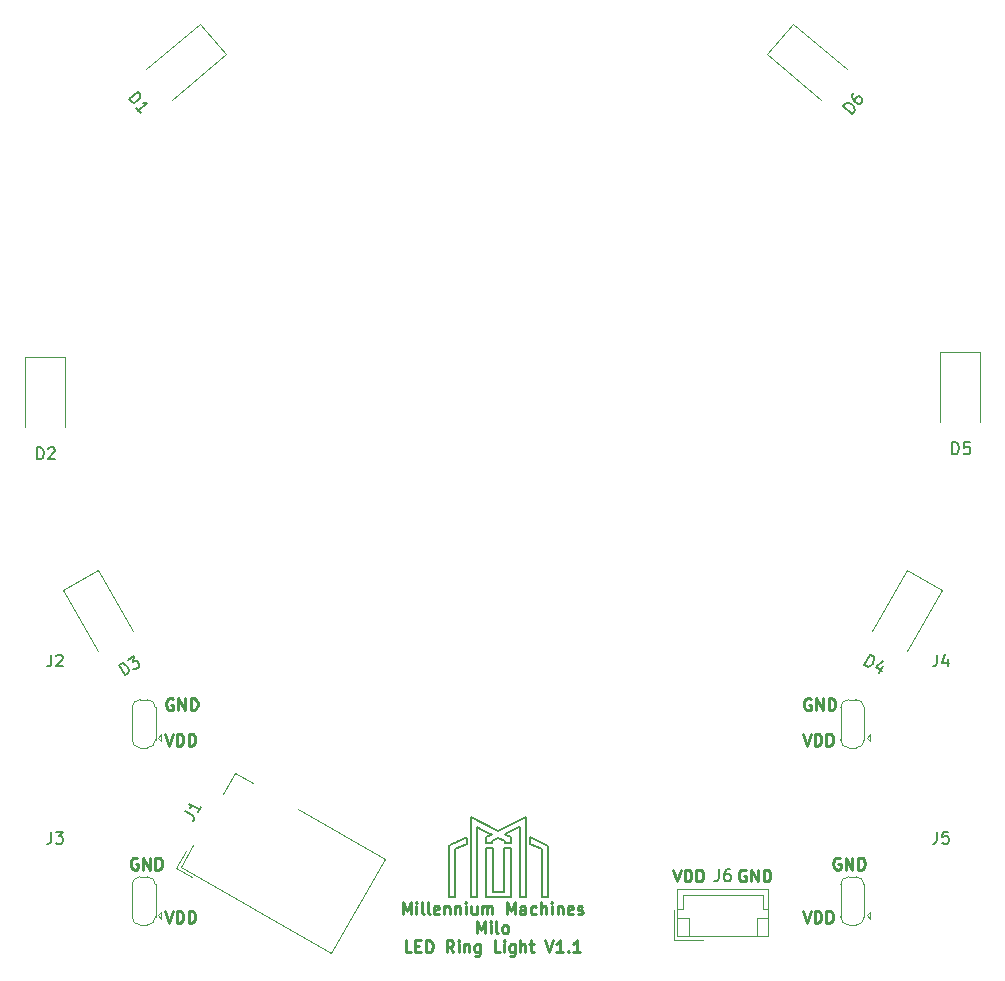
<source format=gbr>
%TF.GenerationSoftware,KiCad,Pcbnew,7.0.10*%
%TF.CreationDate,2024-02-19T23:02:20+00:00*%
%TF.ProjectId,Milo_RingLight,4d696c6f-5f52-4696-9e67-4c696768742e,rev?*%
%TF.SameCoordinates,Original*%
%TF.FileFunction,Legend,Top*%
%TF.FilePolarity,Positive*%
%FSLAX46Y46*%
G04 Gerber Fmt 4.6, Leading zero omitted, Abs format (unit mm)*
G04 Created by KiCad (PCBNEW 7.0.10) date 2024-02-19 23:02:20*
%MOMM*%
%LPD*%
G01*
G04 APERTURE LIST*
%ADD10C,0.150000*%
%ADD11C,0.250000*%
%ADD12C,0.120000*%
G04 APERTURE END LIST*
D10*
X71028480Y-92128342D02*
X70889407Y-92061255D01*
X70805965Y-92021003D01*
X71028480Y-92128342D02*
X71028479Y-92647457D01*
X67635130Y-97154988D02*
X67635120Y-90444122D01*
X66327843Y-97154984D02*
X65771558Y-97154985D01*
X69470944Y-92647458D02*
X68970283Y-92647459D01*
X72363567Y-90444126D02*
X72363567Y-97154986D01*
X68176149Y-91262466D02*
X68341138Y-91338121D01*
X68477977Y-91405745D01*
X68637496Y-91485817D01*
X68807924Y-91572330D01*
X68977496Y-91659283D01*
X69134442Y-91740669D01*
X69303723Y-91830148D01*
X69415313Y-91894666D01*
X69470999Y-92433412D02*
X69470944Y-92647458D01*
X68970283Y-92647459D02*
X68970284Y-92128341D01*
X72697334Y-92711779D02*
X72697335Y-92128343D01*
X72697335Y-92128343D02*
X74226000Y-92836319D01*
X68163602Y-97154988D02*
X68163601Y-96970846D01*
X68163601Y-96786705D01*
X68163600Y-96602564D01*
X68163600Y-96418423D01*
X68163600Y-96234282D01*
X68163600Y-96050141D01*
X68163600Y-95866000D01*
X68163600Y-95681859D01*
X68163599Y-95497718D01*
X68163599Y-95313576D01*
X68163599Y-95129435D01*
X68163599Y-94945294D01*
X68163599Y-94761153D01*
X68163598Y-94577011D01*
X68163598Y-94392870D01*
X68163598Y-94208729D01*
X74226985Y-97154980D02*
X73670840Y-97154980D01*
X67635130Y-97154988D02*
X67635120Y-90444122D01*
X68163602Y-97154988D02*
X67635130Y-97154988D01*
X71056286Y-97154982D02*
X68970214Y-97154981D01*
X70500002Y-96752075D02*
X70500000Y-93000000D01*
X71835096Y-94208729D02*
X71835079Y-94057707D01*
X71834950Y-93761597D01*
X71834698Y-93474658D01*
X71834330Y-93198401D01*
X71833853Y-92934336D01*
X71833272Y-92683974D01*
X71832594Y-92448825D01*
X71831826Y-92230400D01*
X71830974Y-92030209D01*
X71830044Y-91849763D01*
X71829043Y-91690572D01*
X71827422Y-91494944D01*
X71825071Y-91322599D01*
X71822551Y-91262466D01*
X68970214Y-93000001D02*
X69526500Y-93000001D01*
X69470999Y-92433412D02*
X69470944Y-92647458D01*
X71056286Y-93000001D02*
X71056286Y-97154982D01*
X68970214Y-97154981D02*
X68970214Y-93000001D01*
X68970214Y-93000001D02*
X69526500Y-93000001D01*
X71835096Y-94208729D02*
X71835079Y-94057707D01*
X71834950Y-93761597D01*
X71834698Y-93474658D01*
X71834330Y-93198401D01*
X71833853Y-92934336D01*
X71833272Y-92683974D01*
X71832594Y-92448825D01*
X71831826Y-92230400D01*
X71830974Y-92030209D01*
X71830044Y-91849763D01*
X71829043Y-91690572D01*
X71827422Y-91494944D01*
X71825071Y-91322599D01*
X71822551Y-91262466D01*
X67301347Y-92711780D02*
X66327843Y-93111231D01*
X74226000Y-92836319D02*
X74226985Y-97154980D01*
X72697334Y-92711779D02*
X72697335Y-92128343D01*
X67301347Y-92711780D02*
X67301346Y-92560917D01*
X67301345Y-92427803D01*
X67635120Y-90444122D02*
X69999345Y-91619652D01*
X70527822Y-92647456D02*
X70527822Y-92433411D01*
X67301345Y-92427803D02*
X67298481Y-92269312D01*
X67284640Y-92143822D01*
X70500000Y-93000000D02*
X71056286Y-93000001D01*
X71028480Y-92128342D02*
X70889407Y-92061255D01*
X70805965Y-92021003D01*
X67301347Y-92711780D02*
X66327843Y-93111231D01*
X69470944Y-92647458D02*
X68970283Y-92647459D01*
X69192802Y-92021005D02*
X69334129Y-91948476D01*
X69415313Y-91894666D01*
X71835094Y-97154985D02*
X71835094Y-96970843D01*
X71835094Y-96786702D01*
X71835094Y-96602561D01*
X71835095Y-96418420D01*
X71835095Y-96234278D01*
X71835095Y-96050137D01*
X71835095Y-95865996D01*
X71835095Y-95681855D01*
X71835095Y-95497714D01*
X71835095Y-95313573D01*
X71835095Y-95129433D01*
X71835095Y-94945292D01*
X71835095Y-94761151D01*
X71835095Y-94577010D01*
X71835095Y-94392869D01*
X71835096Y-94208729D01*
X67301345Y-92427803D02*
X67298481Y-92269312D01*
X67284640Y-92143822D01*
X65771558Y-97154985D02*
X65772689Y-92836313D01*
X74226000Y-92836319D02*
X74226985Y-97154980D01*
X68970283Y-92647459D02*
X68970284Y-92128341D01*
X67301347Y-92711780D02*
X67301346Y-92560917D01*
X67301345Y-92427803D01*
X72697335Y-92128343D02*
X74226000Y-92836319D01*
X69526500Y-93000001D02*
X69526496Y-96752076D01*
X72363567Y-97154986D02*
X71835094Y-97154985D01*
X71028479Y-92647457D02*
X70527822Y-92647456D01*
X70500000Y-93000000D02*
X71056286Y-93000001D01*
X68970284Y-92128341D02*
X69109356Y-92061254D01*
X69192802Y-92021005D01*
X66327843Y-93111231D02*
X66327843Y-97154984D01*
X69999409Y-92166712D02*
X69470999Y-92433412D01*
X70805965Y-92021003D02*
X70664635Y-91948475D01*
X70583447Y-91894666D01*
X68176149Y-91262466D02*
X68341138Y-91338121D01*
X68477977Y-91405745D01*
X68637496Y-91485817D01*
X68807924Y-91572330D01*
X68977496Y-91659283D01*
X69134442Y-91740669D01*
X69303723Y-91830148D01*
X69415313Y-91894666D01*
X71056286Y-97154982D02*
X68970214Y-97154981D01*
X71028480Y-92128342D02*
X71028479Y-92647457D01*
X68163598Y-94208729D02*
X68163614Y-94057707D01*
X68163743Y-93761597D01*
X68163995Y-93474658D01*
X68164363Y-93198401D01*
X68164841Y-92934337D01*
X68165422Y-92683975D01*
X68166100Y-92448826D01*
X68166869Y-92230400D01*
X68167722Y-92030209D01*
X68168652Y-91849763D01*
X68169654Y-91690573D01*
X68171275Y-91494945D01*
X68173627Y-91322600D01*
X68176149Y-91262466D01*
X70527822Y-92433411D02*
X69999409Y-92166712D01*
X68970284Y-92128341D02*
X69109356Y-92061254D01*
X69192802Y-92021005D01*
X65772689Y-92836313D02*
X65912867Y-92771393D01*
X66053045Y-92706472D01*
X66193224Y-92641551D01*
X66333402Y-92576630D01*
X66473579Y-92511709D01*
X66520305Y-92490070D01*
X66327843Y-93111231D02*
X66327843Y-97154984D01*
X71056286Y-93000001D02*
X71056286Y-97154982D01*
X70805965Y-92021003D02*
X70664635Y-91948475D01*
X70583447Y-91894666D01*
X67635120Y-90444122D02*
X69999345Y-91619652D01*
X69192802Y-92021005D02*
X69334129Y-91948476D01*
X69415313Y-91894666D01*
X71028479Y-92647457D02*
X70527822Y-92647456D01*
X73670838Y-93111229D02*
X72697334Y-92711779D01*
X73670840Y-97154980D02*
X73670838Y-93111229D01*
X70527822Y-92433411D02*
X69999409Y-92166712D01*
X70583447Y-91894666D02*
X70731732Y-91810484D01*
X70914458Y-91714529D01*
X71076913Y-91630620D01*
X71248073Y-91543146D01*
X71416170Y-91458113D01*
X71569434Y-91381524D01*
X71730374Y-91302919D01*
X71822551Y-91262466D01*
X69526496Y-96752076D02*
X70500002Y-96752075D01*
X72363567Y-97154986D02*
X71835094Y-97154985D01*
X69526496Y-96752076D02*
X70500002Y-96752075D01*
X68163602Y-97154988D02*
X68163601Y-96970846D01*
X68163601Y-96786705D01*
X68163600Y-96602564D01*
X68163600Y-96418423D01*
X68163600Y-96234282D01*
X68163600Y-96050141D01*
X68163600Y-95866000D01*
X68163600Y-95681859D01*
X68163599Y-95497718D01*
X68163599Y-95313576D01*
X68163599Y-95129435D01*
X68163599Y-94945294D01*
X68163599Y-94761153D01*
X68163598Y-94577011D01*
X68163598Y-94392870D01*
X68163598Y-94208729D01*
X74226985Y-97154980D02*
X73670840Y-97154980D01*
X66520305Y-92490070D02*
X66670828Y-92420516D01*
X66811912Y-92355629D01*
X66970217Y-92283245D01*
X67125629Y-92212842D01*
X67266024Y-92150889D01*
X67284640Y-92143822D01*
X71835094Y-97154985D02*
X71835094Y-96970843D01*
X71835094Y-96786702D01*
X71835094Y-96602561D01*
X71835095Y-96418420D01*
X71835095Y-96234278D01*
X71835095Y-96050137D01*
X71835095Y-95865996D01*
X71835095Y-95681855D01*
X71835095Y-95497714D01*
X71835095Y-95313573D01*
X71835095Y-95129433D01*
X71835095Y-94945292D01*
X71835095Y-94761151D01*
X71835095Y-94577010D01*
X71835095Y-94392869D01*
X71835096Y-94208729D01*
X70527822Y-92647456D02*
X70527822Y-92433411D01*
X65771558Y-97154985D02*
X65772689Y-92836313D01*
X69526500Y-93000001D02*
X69526496Y-96752076D01*
X70583447Y-91894666D02*
X70731732Y-91810484D01*
X70914458Y-91714529D01*
X71076913Y-91630620D01*
X71248073Y-91543146D01*
X71416170Y-91458113D01*
X71569434Y-91381524D01*
X71730374Y-91302919D01*
X71822551Y-91262466D01*
X69999345Y-91619652D02*
X72363567Y-90444126D01*
X70500002Y-96752075D02*
X70500000Y-93000000D01*
X66327843Y-97154984D02*
X65771558Y-97154985D01*
X73670838Y-93111229D02*
X72697334Y-92711779D01*
X68163598Y-94208729D02*
X68163614Y-94057707D01*
X68163743Y-93761597D01*
X68163995Y-93474658D01*
X68164363Y-93198401D01*
X68164841Y-92934337D01*
X68165422Y-92683975D01*
X68166100Y-92448826D01*
X68166869Y-92230400D01*
X68167722Y-92030209D01*
X68168652Y-91849763D01*
X68169654Y-91690573D01*
X68171275Y-91494945D01*
X68173627Y-91322600D01*
X68176149Y-91262466D01*
X69999409Y-92166712D02*
X69470999Y-92433412D01*
X65772689Y-92836313D02*
X65912867Y-92771393D01*
X66053045Y-92706472D01*
X66193224Y-92641551D01*
X66333402Y-92576630D01*
X66473579Y-92511709D01*
X66520305Y-92490070D01*
X68970214Y-97154981D02*
X68970214Y-93000001D01*
X69999345Y-91619652D02*
X72363567Y-90444126D01*
X72363567Y-90444126D02*
X72363567Y-97154986D01*
X68163602Y-97154988D02*
X67635130Y-97154988D01*
X73670840Y-97154980D02*
X73670838Y-93111229D01*
X66520305Y-92490070D02*
X66670828Y-92420516D01*
X66811912Y-92355629D01*
X66970217Y-92283245D01*
X67125629Y-92212842D01*
X67266024Y-92150889D01*
X67284640Y-92143822D01*
D11*
X42426377Y-80412238D02*
X42331139Y-80364619D01*
X42331139Y-80364619D02*
X42188282Y-80364619D01*
X42188282Y-80364619D02*
X42045425Y-80412238D01*
X42045425Y-80412238D02*
X41950187Y-80507476D01*
X41950187Y-80507476D02*
X41902568Y-80602714D01*
X41902568Y-80602714D02*
X41854949Y-80793190D01*
X41854949Y-80793190D02*
X41854949Y-80936047D01*
X41854949Y-80936047D02*
X41902568Y-81126523D01*
X41902568Y-81126523D02*
X41950187Y-81221761D01*
X41950187Y-81221761D02*
X42045425Y-81317000D01*
X42045425Y-81317000D02*
X42188282Y-81364619D01*
X42188282Y-81364619D02*
X42283520Y-81364619D01*
X42283520Y-81364619D02*
X42426377Y-81317000D01*
X42426377Y-81317000D02*
X42473996Y-81269380D01*
X42473996Y-81269380D02*
X42473996Y-80936047D01*
X42473996Y-80936047D02*
X42283520Y-80936047D01*
X42902568Y-81364619D02*
X42902568Y-80364619D01*
X42902568Y-80364619D02*
X43473996Y-81364619D01*
X43473996Y-81364619D02*
X43473996Y-80364619D01*
X43950187Y-81364619D02*
X43950187Y-80364619D01*
X43950187Y-80364619D02*
X44188282Y-80364619D01*
X44188282Y-80364619D02*
X44331139Y-80412238D01*
X44331139Y-80412238D02*
X44426377Y-80507476D01*
X44426377Y-80507476D02*
X44473996Y-80602714D01*
X44473996Y-80602714D02*
X44521615Y-80793190D01*
X44521615Y-80793190D02*
X44521615Y-80936047D01*
X44521615Y-80936047D02*
X44473996Y-81126523D01*
X44473996Y-81126523D02*
X44426377Y-81221761D01*
X44426377Y-81221761D02*
X44331139Y-81317000D01*
X44331139Y-81317000D02*
X44188282Y-81364619D01*
X44188282Y-81364619D02*
X43950187Y-81364619D01*
X61904762Y-98644619D02*
X61904762Y-97644619D01*
X61904762Y-97644619D02*
X62238095Y-98358904D01*
X62238095Y-98358904D02*
X62571428Y-97644619D01*
X62571428Y-97644619D02*
X62571428Y-98644619D01*
X63047619Y-98644619D02*
X63047619Y-97977952D01*
X63047619Y-97644619D02*
X63000000Y-97692238D01*
X63000000Y-97692238D02*
X63047619Y-97739857D01*
X63047619Y-97739857D02*
X63095238Y-97692238D01*
X63095238Y-97692238D02*
X63047619Y-97644619D01*
X63047619Y-97644619D02*
X63047619Y-97739857D01*
X63666666Y-98644619D02*
X63571428Y-98597000D01*
X63571428Y-98597000D02*
X63523809Y-98501761D01*
X63523809Y-98501761D02*
X63523809Y-97644619D01*
X64190476Y-98644619D02*
X64095238Y-98597000D01*
X64095238Y-98597000D02*
X64047619Y-98501761D01*
X64047619Y-98501761D02*
X64047619Y-97644619D01*
X64952381Y-98597000D02*
X64857143Y-98644619D01*
X64857143Y-98644619D02*
X64666667Y-98644619D01*
X64666667Y-98644619D02*
X64571429Y-98597000D01*
X64571429Y-98597000D02*
X64523810Y-98501761D01*
X64523810Y-98501761D02*
X64523810Y-98120809D01*
X64523810Y-98120809D02*
X64571429Y-98025571D01*
X64571429Y-98025571D02*
X64666667Y-97977952D01*
X64666667Y-97977952D02*
X64857143Y-97977952D01*
X64857143Y-97977952D02*
X64952381Y-98025571D01*
X64952381Y-98025571D02*
X65000000Y-98120809D01*
X65000000Y-98120809D02*
X65000000Y-98216047D01*
X65000000Y-98216047D02*
X64523810Y-98311285D01*
X65428572Y-97977952D02*
X65428572Y-98644619D01*
X65428572Y-98073190D02*
X65476191Y-98025571D01*
X65476191Y-98025571D02*
X65571429Y-97977952D01*
X65571429Y-97977952D02*
X65714286Y-97977952D01*
X65714286Y-97977952D02*
X65809524Y-98025571D01*
X65809524Y-98025571D02*
X65857143Y-98120809D01*
X65857143Y-98120809D02*
X65857143Y-98644619D01*
X66333334Y-97977952D02*
X66333334Y-98644619D01*
X66333334Y-98073190D02*
X66380953Y-98025571D01*
X66380953Y-98025571D02*
X66476191Y-97977952D01*
X66476191Y-97977952D02*
X66619048Y-97977952D01*
X66619048Y-97977952D02*
X66714286Y-98025571D01*
X66714286Y-98025571D02*
X66761905Y-98120809D01*
X66761905Y-98120809D02*
X66761905Y-98644619D01*
X67238096Y-98644619D02*
X67238096Y-97977952D01*
X67238096Y-97644619D02*
X67190477Y-97692238D01*
X67190477Y-97692238D02*
X67238096Y-97739857D01*
X67238096Y-97739857D02*
X67285715Y-97692238D01*
X67285715Y-97692238D02*
X67238096Y-97644619D01*
X67238096Y-97644619D02*
X67238096Y-97739857D01*
X68142857Y-97977952D02*
X68142857Y-98644619D01*
X67714286Y-97977952D02*
X67714286Y-98501761D01*
X67714286Y-98501761D02*
X67761905Y-98597000D01*
X67761905Y-98597000D02*
X67857143Y-98644619D01*
X67857143Y-98644619D02*
X68000000Y-98644619D01*
X68000000Y-98644619D02*
X68095238Y-98597000D01*
X68095238Y-98597000D02*
X68142857Y-98549380D01*
X68619048Y-98644619D02*
X68619048Y-97977952D01*
X68619048Y-98073190D02*
X68666667Y-98025571D01*
X68666667Y-98025571D02*
X68761905Y-97977952D01*
X68761905Y-97977952D02*
X68904762Y-97977952D01*
X68904762Y-97977952D02*
X69000000Y-98025571D01*
X69000000Y-98025571D02*
X69047619Y-98120809D01*
X69047619Y-98120809D02*
X69047619Y-98644619D01*
X69047619Y-98120809D02*
X69095238Y-98025571D01*
X69095238Y-98025571D02*
X69190476Y-97977952D01*
X69190476Y-97977952D02*
X69333333Y-97977952D01*
X69333333Y-97977952D02*
X69428572Y-98025571D01*
X69428572Y-98025571D02*
X69476191Y-98120809D01*
X69476191Y-98120809D02*
X69476191Y-98644619D01*
X70714286Y-98644619D02*
X70714286Y-97644619D01*
X70714286Y-97644619D02*
X71047619Y-98358904D01*
X71047619Y-98358904D02*
X71380952Y-97644619D01*
X71380952Y-97644619D02*
X71380952Y-98644619D01*
X72285714Y-98644619D02*
X72285714Y-98120809D01*
X72285714Y-98120809D02*
X72238095Y-98025571D01*
X72238095Y-98025571D02*
X72142857Y-97977952D01*
X72142857Y-97977952D02*
X71952381Y-97977952D01*
X71952381Y-97977952D02*
X71857143Y-98025571D01*
X72285714Y-98597000D02*
X72190476Y-98644619D01*
X72190476Y-98644619D02*
X71952381Y-98644619D01*
X71952381Y-98644619D02*
X71857143Y-98597000D01*
X71857143Y-98597000D02*
X71809524Y-98501761D01*
X71809524Y-98501761D02*
X71809524Y-98406523D01*
X71809524Y-98406523D02*
X71857143Y-98311285D01*
X71857143Y-98311285D02*
X71952381Y-98263666D01*
X71952381Y-98263666D02*
X72190476Y-98263666D01*
X72190476Y-98263666D02*
X72285714Y-98216047D01*
X73190476Y-98597000D02*
X73095238Y-98644619D01*
X73095238Y-98644619D02*
X72904762Y-98644619D01*
X72904762Y-98644619D02*
X72809524Y-98597000D01*
X72809524Y-98597000D02*
X72761905Y-98549380D01*
X72761905Y-98549380D02*
X72714286Y-98454142D01*
X72714286Y-98454142D02*
X72714286Y-98168428D01*
X72714286Y-98168428D02*
X72761905Y-98073190D01*
X72761905Y-98073190D02*
X72809524Y-98025571D01*
X72809524Y-98025571D02*
X72904762Y-97977952D01*
X72904762Y-97977952D02*
X73095238Y-97977952D01*
X73095238Y-97977952D02*
X73190476Y-98025571D01*
X73619048Y-98644619D02*
X73619048Y-97644619D01*
X74047619Y-98644619D02*
X74047619Y-98120809D01*
X74047619Y-98120809D02*
X74000000Y-98025571D01*
X74000000Y-98025571D02*
X73904762Y-97977952D01*
X73904762Y-97977952D02*
X73761905Y-97977952D01*
X73761905Y-97977952D02*
X73666667Y-98025571D01*
X73666667Y-98025571D02*
X73619048Y-98073190D01*
X74523810Y-98644619D02*
X74523810Y-97977952D01*
X74523810Y-97644619D02*
X74476191Y-97692238D01*
X74476191Y-97692238D02*
X74523810Y-97739857D01*
X74523810Y-97739857D02*
X74571429Y-97692238D01*
X74571429Y-97692238D02*
X74523810Y-97644619D01*
X74523810Y-97644619D02*
X74523810Y-97739857D01*
X75000000Y-97977952D02*
X75000000Y-98644619D01*
X75000000Y-98073190D02*
X75047619Y-98025571D01*
X75047619Y-98025571D02*
X75142857Y-97977952D01*
X75142857Y-97977952D02*
X75285714Y-97977952D01*
X75285714Y-97977952D02*
X75380952Y-98025571D01*
X75380952Y-98025571D02*
X75428571Y-98120809D01*
X75428571Y-98120809D02*
X75428571Y-98644619D01*
X76285714Y-98597000D02*
X76190476Y-98644619D01*
X76190476Y-98644619D02*
X76000000Y-98644619D01*
X76000000Y-98644619D02*
X75904762Y-98597000D01*
X75904762Y-98597000D02*
X75857143Y-98501761D01*
X75857143Y-98501761D02*
X75857143Y-98120809D01*
X75857143Y-98120809D02*
X75904762Y-98025571D01*
X75904762Y-98025571D02*
X76000000Y-97977952D01*
X76000000Y-97977952D02*
X76190476Y-97977952D01*
X76190476Y-97977952D02*
X76285714Y-98025571D01*
X76285714Y-98025571D02*
X76333333Y-98120809D01*
X76333333Y-98120809D02*
X76333333Y-98216047D01*
X76333333Y-98216047D02*
X75857143Y-98311285D01*
X76714286Y-98597000D02*
X76809524Y-98644619D01*
X76809524Y-98644619D02*
X77000000Y-98644619D01*
X77000000Y-98644619D02*
X77095238Y-98597000D01*
X77095238Y-98597000D02*
X77142857Y-98501761D01*
X77142857Y-98501761D02*
X77142857Y-98454142D01*
X77142857Y-98454142D02*
X77095238Y-98358904D01*
X77095238Y-98358904D02*
X77000000Y-98311285D01*
X77000000Y-98311285D02*
X76857143Y-98311285D01*
X76857143Y-98311285D02*
X76761905Y-98263666D01*
X76761905Y-98263666D02*
X76714286Y-98168428D01*
X76714286Y-98168428D02*
X76714286Y-98120809D01*
X76714286Y-98120809D02*
X76761905Y-98025571D01*
X76761905Y-98025571D02*
X76857143Y-97977952D01*
X76857143Y-97977952D02*
X77000000Y-97977952D01*
X77000000Y-97977952D02*
X77095238Y-98025571D01*
X68214286Y-100254619D02*
X68214286Y-99254619D01*
X68214286Y-99254619D02*
X68547619Y-99968904D01*
X68547619Y-99968904D02*
X68880952Y-99254619D01*
X68880952Y-99254619D02*
X68880952Y-100254619D01*
X69357143Y-100254619D02*
X69357143Y-99587952D01*
X69357143Y-99254619D02*
X69309524Y-99302238D01*
X69309524Y-99302238D02*
X69357143Y-99349857D01*
X69357143Y-99349857D02*
X69404762Y-99302238D01*
X69404762Y-99302238D02*
X69357143Y-99254619D01*
X69357143Y-99254619D02*
X69357143Y-99349857D01*
X69976190Y-100254619D02*
X69880952Y-100207000D01*
X69880952Y-100207000D02*
X69833333Y-100111761D01*
X69833333Y-100111761D02*
X69833333Y-99254619D01*
X70500000Y-100254619D02*
X70404762Y-100207000D01*
X70404762Y-100207000D02*
X70357143Y-100159380D01*
X70357143Y-100159380D02*
X70309524Y-100064142D01*
X70309524Y-100064142D02*
X70309524Y-99778428D01*
X70309524Y-99778428D02*
X70357143Y-99683190D01*
X70357143Y-99683190D02*
X70404762Y-99635571D01*
X70404762Y-99635571D02*
X70500000Y-99587952D01*
X70500000Y-99587952D02*
X70642857Y-99587952D01*
X70642857Y-99587952D02*
X70738095Y-99635571D01*
X70738095Y-99635571D02*
X70785714Y-99683190D01*
X70785714Y-99683190D02*
X70833333Y-99778428D01*
X70833333Y-99778428D02*
X70833333Y-100064142D01*
X70833333Y-100064142D02*
X70785714Y-100159380D01*
X70785714Y-100159380D02*
X70738095Y-100207000D01*
X70738095Y-100207000D02*
X70642857Y-100254619D01*
X70642857Y-100254619D02*
X70500000Y-100254619D01*
X62619047Y-101864619D02*
X62142857Y-101864619D01*
X62142857Y-101864619D02*
X62142857Y-100864619D01*
X62952381Y-101340809D02*
X63285714Y-101340809D01*
X63428571Y-101864619D02*
X62952381Y-101864619D01*
X62952381Y-101864619D02*
X62952381Y-100864619D01*
X62952381Y-100864619D02*
X63428571Y-100864619D01*
X63857143Y-101864619D02*
X63857143Y-100864619D01*
X63857143Y-100864619D02*
X64095238Y-100864619D01*
X64095238Y-100864619D02*
X64238095Y-100912238D01*
X64238095Y-100912238D02*
X64333333Y-101007476D01*
X64333333Y-101007476D02*
X64380952Y-101102714D01*
X64380952Y-101102714D02*
X64428571Y-101293190D01*
X64428571Y-101293190D02*
X64428571Y-101436047D01*
X64428571Y-101436047D02*
X64380952Y-101626523D01*
X64380952Y-101626523D02*
X64333333Y-101721761D01*
X64333333Y-101721761D02*
X64238095Y-101817000D01*
X64238095Y-101817000D02*
X64095238Y-101864619D01*
X64095238Y-101864619D02*
X63857143Y-101864619D01*
X66190476Y-101864619D02*
X65857143Y-101388428D01*
X65619048Y-101864619D02*
X65619048Y-100864619D01*
X65619048Y-100864619D02*
X66000000Y-100864619D01*
X66000000Y-100864619D02*
X66095238Y-100912238D01*
X66095238Y-100912238D02*
X66142857Y-100959857D01*
X66142857Y-100959857D02*
X66190476Y-101055095D01*
X66190476Y-101055095D02*
X66190476Y-101197952D01*
X66190476Y-101197952D02*
X66142857Y-101293190D01*
X66142857Y-101293190D02*
X66095238Y-101340809D01*
X66095238Y-101340809D02*
X66000000Y-101388428D01*
X66000000Y-101388428D02*
X65619048Y-101388428D01*
X66619048Y-101864619D02*
X66619048Y-101197952D01*
X66619048Y-100864619D02*
X66571429Y-100912238D01*
X66571429Y-100912238D02*
X66619048Y-100959857D01*
X66619048Y-100959857D02*
X66666667Y-100912238D01*
X66666667Y-100912238D02*
X66619048Y-100864619D01*
X66619048Y-100864619D02*
X66619048Y-100959857D01*
X67095238Y-101197952D02*
X67095238Y-101864619D01*
X67095238Y-101293190D02*
X67142857Y-101245571D01*
X67142857Y-101245571D02*
X67238095Y-101197952D01*
X67238095Y-101197952D02*
X67380952Y-101197952D01*
X67380952Y-101197952D02*
X67476190Y-101245571D01*
X67476190Y-101245571D02*
X67523809Y-101340809D01*
X67523809Y-101340809D02*
X67523809Y-101864619D01*
X68428571Y-101197952D02*
X68428571Y-102007476D01*
X68428571Y-102007476D02*
X68380952Y-102102714D01*
X68380952Y-102102714D02*
X68333333Y-102150333D01*
X68333333Y-102150333D02*
X68238095Y-102197952D01*
X68238095Y-102197952D02*
X68095238Y-102197952D01*
X68095238Y-102197952D02*
X68000000Y-102150333D01*
X68428571Y-101817000D02*
X68333333Y-101864619D01*
X68333333Y-101864619D02*
X68142857Y-101864619D01*
X68142857Y-101864619D02*
X68047619Y-101817000D01*
X68047619Y-101817000D02*
X68000000Y-101769380D01*
X68000000Y-101769380D02*
X67952381Y-101674142D01*
X67952381Y-101674142D02*
X67952381Y-101388428D01*
X67952381Y-101388428D02*
X68000000Y-101293190D01*
X68000000Y-101293190D02*
X68047619Y-101245571D01*
X68047619Y-101245571D02*
X68142857Y-101197952D01*
X68142857Y-101197952D02*
X68333333Y-101197952D01*
X68333333Y-101197952D02*
X68428571Y-101245571D01*
X70142857Y-101864619D02*
X69666667Y-101864619D01*
X69666667Y-101864619D02*
X69666667Y-100864619D01*
X70476191Y-101864619D02*
X70476191Y-101197952D01*
X70476191Y-100864619D02*
X70428572Y-100912238D01*
X70428572Y-100912238D02*
X70476191Y-100959857D01*
X70476191Y-100959857D02*
X70523810Y-100912238D01*
X70523810Y-100912238D02*
X70476191Y-100864619D01*
X70476191Y-100864619D02*
X70476191Y-100959857D01*
X71380952Y-101197952D02*
X71380952Y-102007476D01*
X71380952Y-102007476D02*
X71333333Y-102102714D01*
X71333333Y-102102714D02*
X71285714Y-102150333D01*
X71285714Y-102150333D02*
X71190476Y-102197952D01*
X71190476Y-102197952D02*
X71047619Y-102197952D01*
X71047619Y-102197952D02*
X70952381Y-102150333D01*
X71380952Y-101817000D02*
X71285714Y-101864619D01*
X71285714Y-101864619D02*
X71095238Y-101864619D01*
X71095238Y-101864619D02*
X71000000Y-101817000D01*
X71000000Y-101817000D02*
X70952381Y-101769380D01*
X70952381Y-101769380D02*
X70904762Y-101674142D01*
X70904762Y-101674142D02*
X70904762Y-101388428D01*
X70904762Y-101388428D02*
X70952381Y-101293190D01*
X70952381Y-101293190D02*
X71000000Y-101245571D01*
X71000000Y-101245571D02*
X71095238Y-101197952D01*
X71095238Y-101197952D02*
X71285714Y-101197952D01*
X71285714Y-101197952D02*
X71380952Y-101245571D01*
X71857143Y-101864619D02*
X71857143Y-100864619D01*
X72285714Y-101864619D02*
X72285714Y-101340809D01*
X72285714Y-101340809D02*
X72238095Y-101245571D01*
X72238095Y-101245571D02*
X72142857Y-101197952D01*
X72142857Y-101197952D02*
X72000000Y-101197952D01*
X72000000Y-101197952D02*
X71904762Y-101245571D01*
X71904762Y-101245571D02*
X71857143Y-101293190D01*
X72619048Y-101197952D02*
X73000000Y-101197952D01*
X72761905Y-100864619D02*
X72761905Y-101721761D01*
X72761905Y-101721761D02*
X72809524Y-101817000D01*
X72809524Y-101817000D02*
X72904762Y-101864619D01*
X72904762Y-101864619D02*
X73000000Y-101864619D01*
X73952382Y-100864619D02*
X74285715Y-101864619D01*
X74285715Y-101864619D02*
X74619048Y-100864619D01*
X75476191Y-101864619D02*
X74904763Y-101864619D01*
X75190477Y-101864619D02*
X75190477Y-100864619D01*
X75190477Y-100864619D02*
X75095239Y-101007476D01*
X75095239Y-101007476D02*
X75000001Y-101102714D01*
X75000001Y-101102714D02*
X74904763Y-101150333D01*
X75904763Y-101769380D02*
X75952382Y-101817000D01*
X75952382Y-101817000D02*
X75904763Y-101864619D01*
X75904763Y-101864619D02*
X75857144Y-101817000D01*
X75857144Y-101817000D02*
X75904763Y-101769380D01*
X75904763Y-101769380D02*
X75904763Y-101864619D01*
X76904762Y-101864619D02*
X76333334Y-101864619D01*
X76619048Y-101864619D02*
X76619048Y-100864619D01*
X76619048Y-100864619D02*
X76523810Y-101007476D01*
X76523810Y-101007476D02*
X76428572Y-101102714D01*
X76428572Y-101102714D02*
X76333334Y-101150333D01*
X95759711Y-98364619D02*
X96093044Y-99364619D01*
X96093044Y-99364619D02*
X96426377Y-98364619D01*
X96759711Y-99364619D02*
X96759711Y-98364619D01*
X96759711Y-98364619D02*
X96997806Y-98364619D01*
X96997806Y-98364619D02*
X97140663Y-98412238D01*
X97140663Y-98412238D02*
X97235901Y-98507476D01*
X97235901Y-98507476D02*
X97283520Y-98602714D01*
X97283520Y-98602714D02*
X97331139Y-98793190D01*
X97331139Y-98793190D02*
X97331139Y-98936047D01*
X97331139Y-98936047D02*
X97283520Y-99126523D01*
X97283520Y-99126523D02*
X97235901Y-99221761D01*
X97235901Y-99221761D02*
X97140663Y-99317000D01*
X97140663Y-99317000D02*
X96997806Y-99364619D01*
X96997806Y-99364619D02*
X96759711Y-99364619D01*
X97759711Y-99364619D02*
X97759711Y-98364619D01*
X97759711Y-98364619D02*
X97997806Y-98364619D01*
X97997806Y-98364619D02*
X98140663Y-98412238D01*
X98140663Y-98412238D02*
X98235901Y-98507476D01*
X98235901Y-98507476D02*
X98283520Y-98602714D01*
X98283520Y-98602714D02*
X98331139Y-98793190D01*
X98331139Y-98793190D02*
X98331139Y-98936047D01*
X98331139Y-98936047D02*
X98283520Y-99126523D01*
X98283520Y-99126523D02*
X98235901Y-99221761D01*
X98235901Y-99221761D02*
X98140663Y-99317000D01*
X98140663Y-99317000D02*
X97997806Y-99364619D01*
X97997806Y-99364619D02*
X97759711Y-99364619D01*
X98926377Y-93912238D02*
X98831139Y-93864619D01*
X98831139Y-93864619D02*
X98688282Y-93864619D01*
X98688282Y-93864619D02*
X98545425Y-93912238D01*
X98545425Y-93912238D02*
X98450187Y-94007476D01*
X98450187Y-94007476D02*
X98402568Y-94102714D01*
X98402568Y-94102714D02*
X98354949Y-94293190D01*
X98354949Y-94293190D02*
X98354949Y-94436047D01*
X98354949Y-94436047D02*
X98402568Y-94626523D01*
X98402568Y-94626523D02*
X98450187Y-94721761D01*
X98450187Y-94721761D02*
X98545425Y-94817000D01*
X98545425Y-94817000D02*
X98688282Y-94864619D01*
X98688282Y-94864619D02*
X98783520Y-94864619D01*
X98783520Y-94864619D02*
X98926377Y-94817000D01*
X98926377Y-94817000D02*
X98973996Y-94769380D01*
X98973996Y-94769380D02*
X98973996Y-94436047D01*
X98973996Y-94436047D02*
X98783520Y-94436047D01*
X99402568Y-94864619D02*
X99402568Y-93864619D01*
X99402568Y-93864619D02*
X99973996Y-94864619D01*
X99973996Y-94864619D02*
X99973996Y-93864619D01*
X100450187Y-94864619D02*
X100450187Y-93864619D01*
X100450187Y-93864619D02*
X100688282Y-93864619D01*
X100688282Y-93864619D02*
X100831139Y-93912238D01*
X100831139Y-93912238D02*
X100926377Y-94007476D01*
X100926377Y-94007476D02*
X100973996Y-94102714D01*
X100973996Y-94102714D02*
X101021615Y-94293190D01*
X101021615Y-94293190D02*
X101021615Y-94436047D01*
X101021615Y-94436047D02*
X100973996Y-94626523D01*
X100973996Y-94626523D02*
X100926377Y-94721761D01*
X100926377Y-94721761D02*
X100831139Y-94817000D01*
X100831139Y-94817000D02*
X100688282Y-94864619D01*
X100688282Y-94864619D02*
X100450187Y-94864619D01*
X90926377Y-94912238D02*
X90831139Y-94864619D01*
X90831139Y-94864619D02*
X90688282Y-94864619D01*
X90688282Y-94864619D02*
X90545425Y-94912238D01*
X90545425Y-94912238D02*
X90450187Y-95007476D01*
X90450187Y-95007476D02*
X90402568Y-95102714D01*
X90402568Y-95102714D02*
X90354949Y-95293190D01*
X90354949Y-95293190D02*
X90354949Y-95436047D01*
X90354949Y-95436047D02*
X90402568Y-95626523D01*
X90402568Y-95626523D02*
X90450187Y-95721761D01*
X90450187Y-95721761D02*
X90545425Y-95817000D01*
X90545425Y-95817000D02*
X90688282Y-95864619D01*
X90688282Y-95864619D02*
X90783520Y-95864619D01*
X90783520Y-95864619D02*
X90926377Y-95817000D01*
X90926377Y-95817000D02*
X90973996Y-95769380D01*
X90973996Y-95769380D02*
X90973996Y-95436047D01*
X90973996Y-95436047D02*
X90783520Y-95436047D01*
X91402568Y-95864619D02*
X91402568Y-94864619D01*
X91402568Y-94864619D02*
X91973996Y-95864619D01*
X91973996Y-95864619D02*
X91973996Y-94864619D01*
X92450187Y-95864619D02*
X92450187Y-94864619D01*
X92450187Y-94864619D02*
X92688282Y-94864619D01*
X92688282Y-94864619D02*
X92831139Y-94912238D01*
X92831139Y-94912238D02*
X92926377Y-95007476D01*
X92926377Y-95007476D02*
X92973996Y-95102714D01*
X92973996Y-95102714D02*
X93021615Y-95293190D01*
X93021615Y-95293190D02*
X93021615Y-95436047D01*
X93021615Y-95436047D02*
X92973996Y-95626523D01*
X92973996Y-95626523D02*
X92926377Y-95721761D01*
X92926377Y-95721761D02*
X92831139Y-95817000D01*
X92831139Y-95817000D02*
X92688282Y-95864619D01*
X92688282Y-95864619D02*
X92450187Y-95864619D01*
X41759711Y-98364619D02*
X42093044Y-99364619D01*
X42093044Y-99364619D02*
X42426377Y-98364619D01*
X42759711Y-99364619D02*
X42759711Y-98364619D01*
X42759711Y-98364619D02*
X42997806Y-98364619D01*
X42997806Y-98364619D02*
X43140663Y-98412238D01*
X43140663Y-98412238D02*
X43235901Y-98507476D01*
X43235901Y-98507476D02*
X43283520Y-98602714D01*
X43283520Y-98602714D02*
X43331139Y-98793190D01*
X43331139Y-98793190D02*
X43331139Y-98936047D01*
X43331139Y-98936047D02*
X43283520Y-99126523D01*
X43283520Y-99126523D02*
X43235901Y-99221761D01*
X43235901Y-99221761D02*
X43140663Y-99317000D01*
X43140663Y-99317000D02*
X42997806Y-99364619D01*
X42997806Y-99364619D02*
X42759711Y-99364619D01*
X43759711Y-99364619D02*
X43759711Y-98364619D01*
X43759711Y-98364619D02*
X43997806Y-98364619D01*
X43997806Y-98364619D02*
X44140663Y-98412238D01*
X44140663Y-98412238D02*
X44235901Y-98507476D01*
X44235901Y-98507476D02*
X44283520Y-98602714D01*
X44283520Y-98602714D02*
X44331139Y-98793190D01*
X44331139Y-98793190D02*
X44331139Y-98936047D01*
X44331139Y-98936047D02*
X44283520Y-99126523D01*
X44283520Y-99126523D02*
X44235901Y-99221761D01*
X44235901Y-99221761D02*
X44140663Y-99317000D01*
X44140663Y-99317000D02*
X43997806Y-99364619D01*
X43997806Y-99364619D02*
X43759711Y-99364619D01*
X95759711Y-83364619D02*
X96093044Y-84364619D01*
X96093044Y-84364619D02*
X96426377Y-83364619D01*
X96759711Y-84364619D02*
X96759711Y-83364619D01*
X96759711Y-83364619D02*
X96997806Y-83364619D01*
X96997806Y-83364619D02*
X97140663Y-83412238D01*
X97140663Y-83412238D02*
X97235901Y-83507476D01*
X97235901Y-83507476D02*
X97283520Y-83602714D01*
X97283520Y-83602714D02*
X97331139Y-83793190D01*
X97331139Y-83793190D02*
X97331139Y-83936047D01*
X97331139Y-83936047D02*
X97283520Y-84126523D01*
X97283520Y-84126523D02*
X97235901Y-84221761D01*
X97235901Y-84221761D02*
X97140663Y-84317000D01*
X97140663Y-84317000D02*
X96997806Y-84364619D01*
X96997806Y-84364619D02*
X96759711Y-84364619D01*
X97759711Y-84364619D02*
X97759711Y-83364619D01*
X97759711Y-83364619D02*
X97997806Y-83364619D01*
X97997806Y-83364619D02*
X98140663Y-83412238D01*
X98140663Y-83412238D02*
X98235901Y-83507476D01*
X98235901Y-83507476D02*
X98283520Y-83602714D01*
X98283520Y-83602714D02*
X98331139Y-83793190D01*
X98331139Y-83793190D02*
X98331139Y-83936047D01*
X98331139Y-83936047D02*
X98283520Y-84126523D01*
X98283520Y-84126523D02*
X98235901Y-84221761D01*
X98235901Y-84221761D02*
X98140663Y-84317000D01*
X98140663Y-84317000D02*
X97997806Y-84364619D01*
X97997806Y-84364619D02*
X97759711Y-84364619D01*
X96426377Y-80412238D02*
X96331139Y-80364619D01*
X96331139Y-80364619D02*
X96188282Y-80364619D01*
X96188282Y-80364619D02*
X96045425Y-80412238D01*
X96045425Y-80412238D02*
X95950187Y-80507476D01*
X95950187Y-80507476D02*
X95902568Y-80602714D01*
X95902568Y-80602714D02*
X95854949Y-80793190D01*
X95854949Y-80793190D02*
X95854949Y-80936047D01*
X95854949Y-80936047D02*
X95902568Y-81126523D01*
X95902568Y-81126523D02*
X95950187Y-81221761D01*
X95950187Y-81221761D02*
X96045425Y-81317000D01*
X96045425Y-81317000D02*
X96188282Y-81364619D01*
X96188282Y-81364619D02*
X96283520Y-81364619D01*
X96283520Y-81364619D02*
X96426377Y-81317000D01*
X96426377Y-81317000D02*
X96473996Y-81269380D01*
X96473996Y-81269380D02*
X96473996Y-80936047D01*
X96473996Y-80936047D02*
X96283520Y-80936047D01*
X96902568Y-81364619D02*
X96902568Y-80364619D01*
X96902568Y-80364619D02*
X97473996Y-81364619D01*
X97473996Y-81364619D02*
X97473996Y-80364619D01*
X97950187Y-81364619D02*
X97950187Y-80364619D01*
X97950187Y-80364619D02*
X98188282Y-80364619D01*
X98188282Y-80364619D02*
X98331139Y-80412238D01*
X98331139Y-80412238D02*
X98426377Y-80507476D01*
X98426377Y-80507476D02*
X98473996Y-80602714D01*
X98473996Y-80602714D02*
X98521615Y-80793190D01*
X98521615Y-80793190D02*
X98521615Y-80936047D01*
X98521615Y-80936047D02*
X98473996Y-81126523D01*
X98473996Y-81126523D02*
X98426377Y-81221761D01*
X98426377Y-81221761D02*
X98331139Y-81317000D01*
X98331139Y-81317000D02*
X98188282Y-81364619D01*
X98188282Y-81364619D02*
X97950187Y-81364619D01*
X39426377Y-93912238D02*
X39331139Y-93864619D01*
X39331139Y-93864619D02*
X39188282Y-93864619D01*
X39188282Y-93864619D02*
X39045425Y-93912238D01*
X39045425Y-93912238D02*
X38950187Y-94007476D01*
X38950187Y-94007476D02*
X38902568Y-94102714D01*
X38902568Y-94102714D02*
X38854949Y-94293190D01*
X38854949Y-94293190D02*
X38854949Y-94436047D01*
X38854949Y-94436047D02*
X38902568Y-94626523D01*
X38902568Y-94626523D02*
X38950187Y-94721761D01*
X38950187Y-94721761D02*
X39045425Y-94817000D01*
X39045425Y-94817000D02*
X39188282Y-94864619D01*
X39188282Y-94864619D02*
X39283520Y-94864619D01*
X39283520Y-94864619D02*
X39426377Y-94817000D01*
X39426377Y-94817000D02*
X39473996Y-94769380D01*
X39473996Y-94769380D02*
X39473996Y-94436047D01*
X39473996Y-94436047D02*
X39283520Y-94436047D01*
X39902568Y-94864619D02*
X39902568Y-93864619D01*
X39902568Y-93864619D02*
X40473996Y-94864619D01*
X40473996Y-94864619D02*
X40473996Y-93864619D01*
X40950187Y-94864619D02*
X40950187Y-93864619D01*
X40950187Y-93864619D02*
X41188282Y-93864619D01*
X41188282Y-93864619D02*
X41331139Y-93912238D01*
X41331139Y-93912238D02*
X41426377Y-94007476D01*
X41426377Y-94007476D02*
X41473996Y-94102714D01*
X41473996Y-94102714D02*
X41521615Y-94293190D01*
X41521615Y-94293190D02*
X41521615Y-94436047D01*
X41521615Y-94436047D02*
X41473996Y-94626523D01*
X41473996Y-94626523D02*
X41426377Y-94721761D01*
X41426377Y-94721761D02*
X41331139Y-94817000D01*
X41331139Y-94817000D02*
X41188282Y-94864619D01*
X41188282Y-94864619D02*
X40950187Y-94864619D01*
X41759711Y-83364619D02*
X42093044Y-84364619D01*
X42093044Y-84364619D02*
X42426377Y-83364619D01*
X42759711Y-84364619D02*
X42759711Y-83364619D01*
X42759711Y-83364619D02*
X42997806Y-83364619D01*
X42997806Y-83364619D02*
X43140663Y-83412238D01*
X43140663Y-83412238D02*
X43235901Y-83507476D01*
X43235901Y-83507476D02*
X43283520Y-83602714D01*
X43283520Y-83602714D02*
X43331139Y-83793190D01*
X43331139Y-83793190D02*
X43331139Y-83936047D01*
X43331139Y-83936047D02*
X43283520Y-84126523D01*
X43283520Y-84126523D02*
X43235901Y-84221761D01*
X43235901Y-84221761D02*
X43140663Y-84317000D01*
X43140663Y-84317000D02*
X42997806Y-84364619D01*
X42997806Y-84364619D02*
X42759711Y-84364619D01*
X43759711Y-84364619D02*
X43759711Y-83364619D01*
X43759711Y-83364619D02*
X43997806Y-83364619D01*
X43997806Y-83364619D02*
X44140663Y-83412238D01*
X44140663Y-83412238D02*
X44235901Y-83507476D01*
X44235901Y-83507476D02*
X44283520Y-83602714D01*
X44283520Y-83602714D02*
X44331139Y-83793190D01*
X44331139Y-83793190D02*
X44331139Y-83936047D01*
X44331139Y-83936047D02*
X44283520Y-84126523D01*
X44283520Y-84126523D02*
X44235901Y-84221761D01*
X44235901Y-84221761D02*
X44140663Y-84317000D01*
X44140663Y-84317000D02*
X43997806Y-84364619D01*
X43997806Y-84364619D02*
X43759711Y-84364619D01*
X84759711Y-94864619D02*
X85093044Y-95864619D01*
X85093044Y-95864619D02*
X85426377Y-94864619D01*
X85759711Y-95864619D02*
X85759711Y-94864619D01*
X85759711Y-94864619D02*
X85997806Y-94864619D01*
X85997806Y-94864619D02*
X86140663Y-94912238D01*
X86140663Y-94912238D02*
X86235901Y-95007476D01*
X86235901Y-95007476D02*
X86283520Y-95102714D01*
X86283520Y-95102714D02*
X86331139Y-95293190D01*
X86331139Y-95293190D02*
X86331139Y-95436047D01*
X86331139Y-95436047D02*
X86283520Y-95626523D01*
X86283520Y-95626523D02*
X86235901Y-95721761D01*
X86235901Y-95721761D02*
X86140663Y-95817000D01*
X86140663Y-95817000D02*
X85997806Y-95864619D01*
X85997806Y-95864619D02*
X85759711Y-95864619D01*
X86759711Y-95864619D02*
X86759711Y-94864619D01*
X86759711Y-94864619D02*
X86997806Y-94864619D01*
X86997806Y-94864619D02*
X87140663Y-94912238D01*
X87140663Y-94912238D02*
X87235901Y-95007476D01*
X87235901Y-95007476D02*
X87283520Y-95102714D01*
X87283520Y-95102714D02*
X87331139Y-95293190D01*
X87331139Y-95293190D02*
X87331139Y-95436047D01*
X87331139Y-95436047D02*
X87283520Y-95626523D01*
X87283520Y-95626523D02*
X87235901Y-95721761D01*
X87235901Y-95721761D02*
X87140663Y-95817000D01*
X87140663Y-95817000D02*
X86997806Y-95864619D01*
X86997806Y-95864619D02*
X86759711Y-95864619D01*
D10*
X107130690Y-91673280D02*
X107130690Y-92387565D01*
X107130690Y-92387565D02*
X107083071Y-92530422D01*
X107083071Y-92530422D02*
X106987833Y-92625661D01*
X106987833Y-92625661D02*
X106844976Y-92673280D01*
X106844976Y-92673280D02*
X106749738Y-92673280D01*
X108083071Y-91673280D02*
X107606881Y-91673280D01*
X107606881Y-91673280D02*
X107559262Y-92149470D01*
X107559262Y-92149470D02*
X107606881Y-92101851D01*
X107606881Y-92101851D02*
X107702119Y-92054232D01*
X107702119Y-92054232D02*
X107940214Y-92054232D01*
X107940214Y-92054232D02*
X108035452Y-92101851D01*
X108035452Y-92101851D02*
X108083071Y-92149470D01*
X108083071Y-92149470D02*
X108130690Y-92244708D01*
X108130690Y-92244708D02*
X108130690Y-92482803D01*
X108130690Y-92482803D02*
X108083071Y-92578041D01*
X108083071Y-92578041D02*
X108035452Y-92625661D01*
X108035452Y-92625661D02*
X107940214Y-92673280D01*
X107940214Y-92673280D02*
X107702119Y-92673280D01*
X107702119Y-92673280D02*
X107606881Y-92625661D01*
X107606881Y-92625661D02*
X107559262Y-92578041D01*
X32130690Y-76673280D02*
X32130690Y-77387565D01*
X32130690Y-77387565D02*
X32083071Y-77530422D01*
X32083071Y-77530422D02*
X31987833Y-77625661D01*
X31987833Y-77625661D02*
X31844976Y-77673280D01*
X31844976Y-77673280D02*
X31749738Y-77673280D01*
X32559262Y-76768518D02*
X32606881Y-76720899D01*
X32606881Y-76720899D02*
X32702119Y-76673280D01*
X32702119Y-76673280D02*
X32940214Y-76673280D01*
X32940214Y-76673280D02*
X33035452Y-76720899D01*
X33035452Y-76720899D02*
X33083071Y-76768518D01*
X33083071Y-76768518D02*
X33130690Y-76863756D01*
X33130690Y-76863756D02*
X33130690Y-76958994D01*
X33130690Y-76958994D02*
X33083071Y-77101851D01*
X33083071Y-77101851D02*
X32511643Y-77673280D01*
X32511643Y-77673280D02*
X33130690Y-77673280D01*
X108420729Y-59696619D02*
X108420729Y-58696619D01*
X108420729Y-58696619D02*
X108658824Y-58696619D01*
X108658824Y-58696619D02*
X108801681Y-58744238D01*
X108801681Y-58744238D02*
X108896919Y-58839476D01*
X108896919Y-58839476D02*
X108944538Y-58934714D01*
X108944538Y-58934714D02*
X108992157Y-59125190D01*
X108992157Y-59125190D02*
X108992157Y-59268047D01*
X108992157Y-59268047D02*
X108944538Y-59458523D01*
X108944538Y-59458523D02*
X108896919Y-59553761D01*
X108896919Y-59553761D02*
X108801681Y-59649000D01*
X108801681Y-59649000D02*
X108658824Y-59696619D01*
X108658824Y-59696619D02*
X108420729Y-59696619D01*
X109896919Y-58696619D02*
X109420729Y-58696619D01*
X109420729Y-58696619D02*
X109373110Y-59172809D01*
X109373110Y-59172809D02*
X109420729Y-59125190D01*
X109420729Y-59125190D02*
X109515967Y-59077571D01*
X109515967Y-59077571D02*
X109754062Y-59077571D01*
X109754062Y-59077571D02*
X109849300Y-59125190D01*
X109849300Y-59125190D02*
X109896919Y-59172809D01*
X109896919Y-59172809D02*
X109944538Y-59268047D01*
X109944538Y-59268047D02*
X109944538Y-59506142D01*
X109944538Y-59506142D02*
X109896919Y-59601380D01*
X109896919Y-59601380D02*
X109849300Y-59649000D01*
X109849300Y-59649000D02*
X109754062Y-59696619D01*
X109754062Y-59696619D02*
X109515967Y-59696619D01*
X109515967Y-59696619D02*
X109420729Y-59649000D01*
X109420729Y-59649000D02*
X109373110Y-59601380D01*
X32130690Y-91673280D02*
X32130690Y-92387565D01*
X32130690Y-92387565D02*
X32083071Y-92530422D01*
X32083071Y-92530422D02*
X31987833Y-92625661D01*
X31987833Y-92625661D02*
X31844976Y-92673280D01*
X31844976Y-92673280D02*
X31749738Y-92673280D01*
X32511643Y-91673280D02*
X33130690Y-91673280D01*
X33130690Y-91673280D02*
X32797357Y-92054232D01*
X32797357Y-92054232D02*
X32940214Y-92054232D01*
X32940214Y-92054232D02*
X33035452Y-92101851D01*
X33035452Y-92101851D02*
X33083071Y-92149470D01*
X33083071Y-92149470D02*
X33130690Y-92244708D01*
X33130690Y-92244708D02*
X33130690Y-92482803D01*
X33130690Y-92482803D02*
X33083071Y-92578041D01*
X33083071Y-92578041D02*
X33035452Y-92625661D01*
X33035452Y-92625661D02*
X32940214Y-92673280D01*
X32940214Y-92673280D02*
X32654500Y-92673280D01*
X32654500Y-92673280D02*
X32559262Y-92625661D01*
X32559262Y-92625661D02*
X32511643Y-92578041D01*
X88666666Y-94854819D02*
X88666666Y-95569104D01*
X88666666Y-95569104D02*
X88619047Y-95711961D01*
X88619047Y-95711961D02*
X88523809Y-95807200D01*
X88523809Y-95807200D02*
X88380952Y-95854819D01*
X88380952Y-95854819D02*
X88285714Y-95854819D01*
X89571428Y-94854819D02*
X89380952Y-94854819D01*
X89380952Y-94854819D02*
X89285714Y-94902438D01*
X89285714Y-94902438D02*
X89238095Y-94950057D01*
X89238095Y-94950057D02*
X89142857Y-95092914D01*
X89142857Y-95092914D02*
X89095238Y-95283390D01*
X89095238Y-95283390D02*
X89095238Y-95664342D01*
X89095238Y-95664342D02*
X89142857Y-95759580D01*
X89142857Y-95759580D02*
X89190476Y-95807200D01*
X89190476Y-95807200D02*
X89285714Y-95854819D01*
X89285714Y-95854819D02*
X89476190Y-95854819D01*
X89476190Y-95854819D02*
X89571428Y-95807200D01*
X89571428Y-95807200D02*
X89619047Y-95759580D01*
X89619047Y-95759580D02*
X89666666Y-95664342D01*
X89666666Y-95664342D02*
X89666666Y-95426247D01*
X89666666Y-95426247D02*
X89619047Y-95331009D01*
X89619047Y-95331009D02*
X89571428Y-95283390D01*
X89571428Y-95283390D02*
X89476190Y-95235771D01*
X89476190Y-95235771D02*
X89285714Y-95235771D01*
X89285714Y-95235771D02*
X89190476Y-95283390D01*
X89190476Y-95283390D02*
X89142857Y-95331009D01*
X89142857Y-95331009D02*
X89095238Y-95426247D01*
X43457986Y-89899164D02*
X44076576Y-90256307D01*
X44076576Y-90256307D02*
X44176484Y-90368975D01*
X44176484Y-90368975D02*
X44211344Y-90499073D01*
X44211344Y-90499073D02*
X44181154Y-90646600D01*
X44181154Y-90646600D02*
X44133535Y-90729079D01*
X44824012Y-89533139D02*
X44538297Y-90028010D01*
X44681155Y-89780575D02*
X43815129Y-89280575D01*
X43815129Y-89280575D02*
X43891228Y-89434482D01*
X43891228Y-89434482D02*
X43926088Y-89564579D01*
X43926088Y-89564579D02*
X43919708Y-89670867D01*
X38348645Y-78434084D02*
X37848645Y-77568058D01*
X37848645Y-77568058D02*
X38054842Y-77449011D01*
X38054842Y-77449011D02*
X38202369Y-77418821D01*
X38202369Y-77418821D02*
X38332467Y-77453681D01*
X38332467Y-77453681D02*
X38421325Y-77512350D01*
X38421325Y-77512350D02*
X38557803Y-77653498D01*
X38557803Y-77653498D02*
X38629231Y-77777216D01*
X38629231Y-77777216D02*
X38683230Y-77965982D01*
X38683230Y-77965982D02*
X38689610Y-78072271D01*
X38689610Y-78072271D02*
X38654750Y-78202368D01*
X38654750Y-78202368D02*
X38554842Y-78315036D01*
X38554842Y-78315036D02*
X38348645Y-78434084D01*
X38632192Y-77115677D02*
X39168303Y-76806154D01*
X39168303Y-76806154D02*
X39070104Y-77302735D01*
X39070104Y-77302735D02*
X39193822Y-77231306D01*
X39193822Y-77231306D02*
X39300110Y-77224926D01*
X39300110Y-77224926D02*
X39365159Y-77242356D01*
X39365159Y-77242356D02*
X39454017Y-77301025D01*
X39454017Y-77301025D02*
X39573065Y-77507222D01*
X39573065Y-77507222D02*
X39579445Y-77613510D01*
X39579445Y-77613510D02*
X39562015Y-77678559D01*
X39562015Y-77678559D02*
X39503346Y-77767417D01*
X39503346Y-77767417D02*
X39255910Y-77910274D01*
X39255910Y-77910274D02*
X39149622Y-77916654D01*
X39149622Y-77916654D02*
X39084573Y-77899224D01*
X100965410Y-77526297D02*
X101465410Y-76660272D01*
X101465410Y-76660272D02*
X101671607Y-76779319D01*
X101671607Y-76779319D02*
X101771515Y-76891987D01*
X101771515Y-76891987D02*
X101806375Y-77022085D01*
X101806375Y-77022085D02*
X101799995Y-77128373D01*
X101799995Y-77128373D02*
X101745996Y-77317140D01*
X101745996Y-77317140D02*
X101674568Y-77440858D01*
X101674568Y-77440858D02*
X101538090Y-77582005D01*
X101538090Y-77582005D02*
X101449232Y-77640674D01*
X101449232Y-77640674D02*
X101319134Y-77675534D01*
X101319134Y-77675534D02*
X101171607Y-77645345D01*
X101171607Y-77645345D02*
X100965410Y-77526297D01*
X102535923Y-77663232D02*
X102202589Y-78240583D01*
X102520202Y-77214270D02*
X101956863Y-77713812D01*
X101956863Y-77713812D02*
X102492974Y-78023336D01*
X30920729Y-60125019D02*
X30920729Y-59125019D01*
X30920729Y-59125019D02*
X31158824Y-59125019D01*
X31158824Y-59125019D02*
X31301681Y-59172638D01*
X31301681Y-59172638D02*
X31396919Y-59267876D01*
X31396919Y-59267876D02*
X31444538Y-59363114D01*
X31444538Y-59363114D02*
X31492157Y-59553590D01*
X31492157Y-59553590D02*
X31492157Y-59696447D01*
X31492157Y-59696447D02*
X31444538Y-59886923D01*
X31444538Y-59886923D02*
X31396919Y-59982161D01*
X31396919Y-59982161D02*
X31301681Y-60077400D01*
X31301681Y-60077400D02*
X31158824Y-60125019D01*
X31158824Y-60125019D02*
X30920729Y-60125019D01*
X31873110Y-59220257D02*
X31920729Y-59172638D01*
X31920729Y-59172638D02*
X32015967Y-59125019D01*
X32015967Y-59125019D02*
X32254062Y-59125019D01*
X32254062Y-59125019D02*
X32349300Y-59172638D01*
X32349300Y-59172638D02*
X32396919Y-59220257D01*
X32396919Y-59220257D02*
X32444538Y-59315495D01*
X32444538Y-59315495D02*
X32444538Y-59410733D01*
X32444538Y-59410733D02*
X32396919Y-59553590D01*
X32396919Y-59553590D02*
X31825491Y-60125019D01*
X31825491Y-60125019D02*
X32444538Y-60125019D01*
X99939597Y-30867626D02*
X99173552Y-30224838D01*
X99173552Y-30224838D02*
X99326597Y-30042447D01*
X99326597Y-30042447D02*
X99454902Y-29963621D01*
X99454902Y-29963621D02*
X99589077Y-29951882D01*
X99589077Y-29951882D02*
X99692642Y-29976622D01*
X99692642Y-29976622D02*
X99869164Y-30062579D01*
X99869164Y-30062579D02*
X99978599Y-30154406D01*
X99978599Y-30154406D02*
X100093904Y-30313320D01*
X100093904Y-30313320D02*
X100136251Y-30411016D01*
X100136251Y-30411016D02*
X100147990Y-30545191D01*
X100147990Y-30545191D02*
X100092642Y-30685234D01*
X100092642Y-30685234D02*
X99939597Y-30867626D01*
X100091821Y-29130489D02*
X99969385Y-29276402D01*
X99969385Y-29276402D02*
X99944645Y-29379968D01*
X99944645Y-29379968D02*
X99950515Y-29447055D01*
X99950515Y-29447055D02*
X99998732Y-29611839D01*
X99998732Y-29611839D02*
X100114036Y-29770753D01*
X100114036Y-29770753D02*
X100405862Y-30015624D01*
X100405862Y-30015624D02*
X100509428Y-30040364D01*
X100509428Y-30040364D02*
X100576515Y-30034494D01*
X100576515Y-30034494D02*
X100674211Y-29992147D01*
X100674211Y-29992147D02*
X100796647Y-29846233D01*
X100796647Y-29846233D02*
X100821387Y-29742668D01*
X100821387Y-29742668D02*
X100815517Y-29675581D01*
X100815517Y-29675581D02*
X100773170Y-29577884D01*
X100773170Y-29577884D02*
X100590778Y-29424840D01*
X100590778Y-29424840D02*
X100487213Y-29400100D01*
X100487213Y-29400100D02*
X100420125Y-29405970D01*
X100420125Y-29405970D02*
X100322429Y-29448317D01*
X100322429Y-29448317D02*
X100199993Y-29594230D01*
X100199993Y-29594230D02*
X100175254Y-29697796D01*
X100175254Y-29697796D02*
X100181123Y-29764883D01*
X100181123Y-29764883D02*
X100223471Y-29862579D01*
X38713495Y-29651879D02*
X39479539Y-29009092D01*
X39479539Y-29009092D02*
X39632584Y-29191483D01*
X39632584Y-29191483D02*
X39687932Y-29331527D01*
X39687932Y-29331527D02*
X39676194Y-29465701D01*
X39676194Y-29465701D02*
X39633846Y-29563398D01*
X39633846Y-29563398D02*
X39518542Y-29722312D01*
X39518542Y-29722312D02*
X39409107Y-29814138D01*
X39409107Y-29814138D02*
X39232585Y-29900096D01*
X39232585Y-29900096D02*
X39129019Y-29924835D01*
X39129019Y-29924835D02*
X38994845Y-29913097D01*
X38994845Y-29913097D02*
X38866539Y-29834271D01*
X38866539Y-29834271D02*
X38713495Y-29651879D01*
X39692981Y-30819185D02*
X39325673Y-30381445D01*
X39509327Y-30600315D02*
X40275371Y-29957528D01*
X40275371Y-29957528D02*
X40104719Y-29976398D01*
X40104719Y-29976398D02*
X39970544Y-29964659D01*
X39970544Y-29964659D02*
X39872848Y-29922311D01*
X107130690Y-76673280D02*
X107130690Y-77387565D01*
X107130690Y-77387565D02*
X107083071Y-77530422D01*
X107083071Y-77530422D02*
X106987833Y-77625661D01*
X106987833Y-77625661D02*
X106844976Y-77673280D01*
X106844976Y-77673280D02*
X106749738Y-77673280D01*
X108035452Y-77006613D02*
X108035452Y-77673280D01*
X107797357Y-76625661D02*
X107559262Y-77339946D01*
X107559262Y-77339946D02*
X108178309Y-77339946D01*
D12*
%TO.C,JP1*%
X40264024Y-84568461D02*
X39664024Y-84568461D01*
X41464024Y-84018461D02*
X41464024Y-83418461D01*
X38964024Y-83918461D02*
X38964024Y-81118461D01*
X41164024Y-83718461D02*
X41464024Y-84018461D01*
X41164024Y-83718461D02*
X41464024Y-83418461D01*
X40964024Y-81118461D02*
X40964024Y-83918461D01*
X39664024Y-80468461D02*
X40264024Y-80468461D01*
X38964024Y-83868461D02*
G75*
G03*
X39664024Y-84568461I699999J-1D01*
G01*
X40264024Y-84568461D02*
G75*
G03*
X40964024Y-83868461I1J699999D01*
G01*
X39664024Y-80468461D02*
G75*
G03*
X38964024Y-81168461I0J-700000D01*
G01*
X40964024Y-81168461D02*
G75*
G03*
X40264024Y-80468461I-700000J0D01*
G01*
%TO.C,D5*%
X110782624Y-51060000D02*
X110782624Y-57000000D01*
X107382624Y-51060000D02*
X110782624Y-51060000D01*
X107382624Y-57000000D02*
X107382624Y-51060000D01*
%TO.C,JP4*%
X100264024Y-99568461D02*
X99664024Y-99568461D01*
X101464024Y-99018461D02*
X101464024Y-98418461D01*
X98964024Y-98918461D02*
X98964024Y-96118461D01*
X101164024Y-98718461D02*
X101464024Y-99018461D01*
X101164024Y-98718461D02*
X101464024Y-98418461D01*
X100964024Y-96118461D02*
X100964024Y-98918461D01*
X99664024Y-95468461D02*
X100264024Y-95468461D01*
X98964024Y-98868461D02*
G75*
G03*
X99664024Y-99568461I699999J-1D01*
G01*
X100264024Y-99568461D02*
G75*
G03*
X100964024Y-98868461I1J699999D01*
G01*
X99664024Y-95468461D02*
G75*
G03*
X98964024Y-96168461I0J-700000D01*
G01*
X100964024Y-96168461D02*
G75*
G03*
X100264024Y-95468461I-700000J0D01*
G01*
%TO.C,JP2*%
X40264024Y-99568461D02*
X39664024Y-99568461D01*
X41464024Y-99018461D02*
X41464024Y-98418461D01*
X38964024Y-98918461D02*
X38964024Y-96118461D01*
X41164024Y-98718461D02*
X41464024Y-99018461D01*
X41164024Y-98718461D02*
X41464024Y-98418461D01*
X40964024Y-96118461D02*
X40964024Y-98918461D01*
X39664024Y-95468461D02*
X40264024Y-95468461D01*
X38964024Y-98868461D02*
G75*
G03*
X39664024Y-99568461I699999J-1D01*
G01*
X40264024Y-99568461D02*
G75*
G03*
X40964024Y-98868461I1J699999D01*
G01*
X39664024Y-95468461D02*
G75*
G03*
X38964024Y-96168461I0J-700000D01*
G01*
X40964024Y-96168461D02*
G75*
G03*
X40264024Y-95468461I-700000J0D01*
G01*
%TO.C,JP3*%
X100264024Y-84568461D02*
X99664024Y-84568461D01*
X101464024Y-84018461D02*
X101464024Y-83418461D01*
X98964024Y-83918461D02*
X98964024Y-81118461D01*
X101164024Y-83718461D02*
X101464024Y-84018461D01*
X101164024Y-83718461D02*
X101464024Y-83418461D01*
X100964024Y-81118461D02*
X100964024Y-83918461D01*
X99664024Y-80468461D02*
X100264024Y-80468461D01*
X98964024Y-83868461D02*
G75*
G03*
X99664024Y-84568461I699999J-1D01*
G01*
X100264024Y-84568461D02*
G75*
G03*
X100964024Y-83868461I1J699999D01*
G01*
X99664024Y-80468461D02*
G75*
G03*
X98964024Y-81168461I0J-700000D01*
G01*
X100964024Y-81168461D02*
G75*
G03*
X100264024Y-80468461I-700000J0D01*
G01*
%TO.C,J6*%
X84840000Y-98310000D02*
X84840000Y-100810000D01*
X84840000Y-100810000D02*
X87340000Y-100810000D01*
X85140000Y-96490000D02*
X85140000Y-100510000D01*
X85140000Y-98200000D02*
X85640000Y-98200000D01*
X85140000Y-99010000D02*
X86140000Y-99010000D01*
X85140000Y-100510000D02*
X92860000Y-100510000D01*
X85640000Y-96990000D02*
X92360000Y-96990000D01*
X85640000Y-98200000D02*
X85640000Y-96990000D01*
X86140000Y-99010000D02*
X86140000Y-100510000D01*
X91860000Y-99010000D02*
X91860000Y-100510000D01*
X92360000Y-96990000D02*
X92360000Y-98200000D01*
X92360000Y-98200000D02*
X92860000Y-98200000D01*
X92860000Y-96490000D02*
X85140000Y-96490000D01*
X92860000Y-99010000D02*
X91860000Y-99010000D01*
X92860000Y-100510000D02*
X92860000Y-96490000D01*
%TO.C,J1*%
X42686025Y-94726604D02*
X44071666Y-95526604D01*
X43095833Y-94616797D02*
X44145833Y-92798144D01*
X55826406Y-101966797D02*
X43095833Y-94616797D01*
X43536025Y-93254361D02*
X42686025Y-94726604D01*
X46645833Y-88468016D02*
X47695833Y-86649363D01*
X47695833Y-86649363D02*
X49254678Y-87549363D01*
X53065190Y-89749363D02*
X60426406Y-93999363D01*
X60426406Y-93999363D02*
X55826406Y-101966797D01*
%TO.C,D3*%
X36084867Y-69491521D02*
X39054867Y-74635712D01*
X33140381Y-71191521D02*
X36084867Y-69491521D01*
X36110381Y-76335712D02*
X33140381Y-71191521D01*
%TO.C,D4*%
X107524867Y-71191521D02*
X104554867Y-76335712D01*
X104580381Y-69491521D02*
X107524867Y-71191521D01*
X101610381Y-74635712D02*
X104580381Y-69491521D01*
%TO.C,D2*%
X33282624Y-51482800D02*
X33282624Y-57422800D01*
X29882624Y-51482800D02*
X33282624Y-51482800D01*
X29882624Y-57422800D02*
X29882624Y-51482800D01*
%TO.C,D6*%
X94953863Y-23250378D02*
X99504167Y-27068536D01*
X92768386Y-25854929D02*
X94953863Y-23250378D01*
X97318690Y-29673087D02*
X92768386Y-25854929D01*
%TO.C,D1*%
X46924978Y-25854929D02*
X42374674Y-29673087D01*
X44739501Y-23250378D02*
X46924978Y-25854929D01*
X40189197Y-27068536D02*
X44739501Y-23250378D01*
%TD*%
M02*

</source>
